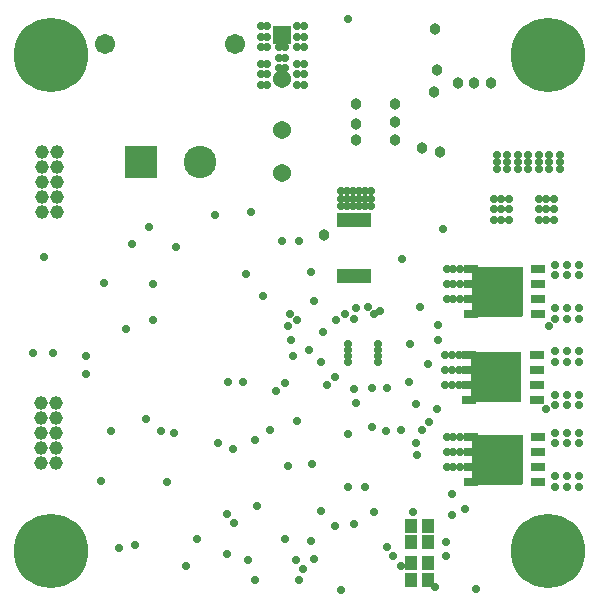
<source format=gbs>
G04*
G04 #@! TF.GenerationSoftware,Altium Limited,Altium Designer,25.5.2 (35)*
G04*
G04 Layer_Color=16711935*
%FSLAX25Y25*%
%MOIN*%
G70*
G04*
G04 #@! TF.SameCoordinates,BF0A912C-F189-4BED-A62E-BBCFC2C93B1E*
G04*
G04*
G04 #@! TF.FilePolarity,Negative*
G04*
G01*
G75*
%ADD51R,0.03950X0.04737*%
%ADD56R,0.04800X0.02600*%
%ADD59R,0.10839X0.10839*%
%ADD60C,0.06737*%
%ADD61C,0.10839*%
%ADD62C,0.04600*%
%ADD63R,0.06064X0.06064*%
%ADD64C,0.06064*%
%ADD65C,0.02800*%
%ADD66C,0.03800*%
%ADD67C,0.24800*%
%ADD90R,0.11312X0.05013*%
G36*
X272252Y210297D02*
X272304Y210287D01*
X272353Y210270D01*
X272400Y210247D01*
X272444Y210218D01*
X272483Y210183D01*
X272518Y210144D01*
X272547Y210100D01*
X272570Y210053D01*
X272587Y210004D01*
X272597Y209952D01*
X272601Y209900D01*
Y194100D01*
X272597Y194048D01*
X272587Y193996D01*
X272570Y193947D01*
X272547Y193900D01*
X272518Y193856D01*
X272483Y193817D01*
X272444Y193782D01*
X272400Y193753D01*
X272353Y193730D01*
X272304Y193713D01*
X272252Y193703D01*
X272200Y193699D01*
X256100D01*
X256048Y193703D01*
X255996Y193713D01*
X255947Y193730D01*
X255900Y193753D01*
X255856Y193782D01*
X255817Y193817D01*
X255782Y193856D01*
X255753Y193900D01*
X255730Y193947D01*
X255713Y193996D01*
X255703Y194048D01*
X255699Y194100D01*
Y209900D01*
X255703Y209952D01*
X255713Y210004D01*
X255730Y210053D01*
X255753Y210100D01*
X255782Y210144D01*
X255817Y210183D01*
X255856Y210218D01*
X255900Y210247D01*
X255947Y210270D01*
X255996Y210287D01*
X256048Y210297D01*
X256100Y210301D01*
X272200D01*
X272252Y210297D01*
D02*
G37*
G36*
X271752Y181797D02*
X271804Y181787D01*
X271853Y181770D01*
X271900Y181747D01*
X271944Y181718D01*
X271983Y181683D01*
X272018Y181644D01*
X272047Y181600D01*
X272070Y181553D01*
X272087Y181504D01*
X272097Y181452D01*
X272101Y181400D01*
Y165600D01*
X272097Y165548D01*
X272087Y165496D01*
X272070Y165447D01*
X272047Y165400D01*
X272018Y165356D01*
X271983Y165317D01*
X271944Y165282D01*
X271900Y165253D01*
X271853Y165230D01*
X271804Y165213D01*
X271752Y165203D01*
X271700Y165199D01*
X255600D01*
X255548Y165203D01*
X255496Y165213D01*
X255447Y165230D01*
X255400Y165253D01*
X255356Y165282D01*
X255317Y165317D01*
X255282Y165356D01*
X255253Y165400D01*
X255230Y165447D01*
X255213Y165496D01*
X255203Y165548D01*
X255199Y165600D01*
Y181400D01*
X255203Y181452D01*
X255213Y181504D01*
X255230Y181553D01*
X255253Y181600D01*
X255282Y181644D01*
X255317Y181683D01*
X255356Y181718D01*
X255400Y181747D01*
X255447Y181770D01*
X255496Y181787D01*
X255548Y181797D01*
X255600Y181801D01*
X271700D01*
X271752Y181797D01*
D02*
G37*
G36*
X272252Y154297D02*
X272304Y154287D01*
X272353Y154270D01*
X272400Y154247D01*
X272444Y154218D01*
X272483Y154183D01*
X272518Y154144D01*
X272547Y154100D01*
X272570Y154053D01*
X272587Y154004D01*
X272597Y153952D01*
X272601Y153900D01*
Y138100D01*
X272597Y138048D01*
X272587Y137996D01*
X272570Y137947D01*
X272547Y137900D01*
X272518Y137856D01*
X272483Y137817D01*
X272444Y137782D01*
X272400Y137753D01*
X272353Y137730D01*
X272304Y137713D01*
X272252Y137703D01*
X272200Y137699D01*
X256100D01*
X256048Y137703D01*
X255996Y137713D01*
X255947Y137730D01*
X255900Y137753D01*
X255856Y137782D01*
X255817Y137817D01*
X255782Y137856D01*
X255753Y137900D01*
X255730Y137947D01*
X255713Y137996D01*
X255703Y138048D01*
X255699Y138100D01*
Y153900D01*
X255703Y153952D01*
X255713Y154004D01*
X255730Y154053D01*
X255753Y154100D01*
X255782Y154144D01*
X255817Y154183D01*
X255856Y154218D01*
X255900Y154247D01*
X255947Y154270D01*
X255996Y154287D01*
X256048Y154297D01*
X256100Y154301D01*
X272200D01*
X272252Y154297D01*
D02*
G37*
D51*
X241000Y106000D02*
D03*
Y124000D02*
D03*
X235213Y106000D02*
D03*
Y124000D02*
D03*
X241000Y111500D02*
D03*
X235213D02*
D03*
Y118500D02*
D03*
X241000D02*
D03*
D56*
X255300Y209500D02*
D03*
Y204500D02*
D03*
Y199500D02*
D03*
Y194500D02*
D03*
X277700D02*
D03*
Y199500D02*
D03*
Y204500D02*
D03*
Y209500D02*
D03*
X255300Y153500D02*
D03*
Y148500D02*
D03*
Y143500D02*
D03*
Y138500D02*
D03*
X277700D02*
D03*
Y143500D02*
D03*
Y148500D02*
D03*
Y153500D02*
D03*
X254800Y181000D02*
D03*
Y176000D02*
D03*
Y171000D02*
D03*
Y166000D02*
D03*
X277200D02*
D03*
Y171000D02*
D03*
Y176000D02*
D03*
Y181000D02*
D03*
D59*
X145311Y245130D02*
D03*
D60*
X176807Y284500D02*
D03*
X133500D02*
D03*
D61*
X164996Y245130D02*
D03*
D62*
X117500Y248500D02*
D03*
Y238500D02*
D03*
X117000Y155000D02*
D03*
Y150000D02*
D03*
X117500Y228500D02*
D03*
X117000Y165000D02*
D03*
X117500Y243500D02*
D03*
X117000Y160000D02*
D03*
X112500Y238500D02*
D03*
Y228500D02*
D03*
Y243500D02*
D03*
X112000Y160000D02*
D03*
Y145000D02*
D03*
Y155000D02*
D03*
X112500Y248500D02*
D03*
X112000Y165000D02*
D03*
Y150000D02*
D03*
X117000Y145000D02*
D03*
X112500Y233500D02*
D03*
X117500D02*
D03*
D63*
X192500Y287496D02*
D03*
D64*
Y272929D02*
D03*
Y256000D02*
D03*
Y241433D02*
D03*
D65*
X241500Y158500D02*
D03*
X216500Y169763D02*
D03*
X222500Y169825D02*
D03*
X227500Y170000D02*
D03*
X217000Y165000D02*
D03*
X214500Y154500D02*
D03*
X227000Y155500D02*
D03*
X232000Y156000D02*
D03*
X222500Y157000D02*
D03*
X237000Y164500D02*
D03*
X234518Y172018D02*
D03*
X236000Y128500D02*
D03*
X239000Y156000D02*
D03*
X237000Y151500D02*
D03*
X218000Y235500D02*
D03*
X216000D02*
D03*
X214000D02*
D03*
X222000D02*
D03*
X220000D02*
D03*
X212000D02*
D03*
X216000Y233000D02*
D03*
X214000D02*
D03*
X212000D02*
D03*
X222000D02*
D03*
X220000D02*
D03*
X218000D02*
D03*
X216500Y193000D02*
D03*
X203000Y113000D02*
D03*
X197000Y112500D02*
D03*
X183500Y106000D02*
D03*
X198000D02*
D03*
X207500Y171000D02*
D03*
X205500Y178500D02*
D03*
X201500Y182500D02*
D03*
X195500Y186000D02*
D03*
X127000Y180500D02*
D03*
Y174500D02*
D03*
X202000Y208500D02*
D03*
X156500Y155000D02*
D03*
X152000Y155500D02*
D03*
X190500Y169000D02*
D03*
X180500Y208000D02*
D03*
X186000Y200500D02*
D03*
X182000Y228500D02*
D03*
X206000Y188500D02*
D03*
X194500Y190500D02*
D03*
X176500Y125000D02*
D03*
X181000Y112500D02*
D03*
X214500Y137000D02*
D03*
X179500Y172000D02*
D03*
X174500D02*
D03*
X143500Y117500D02*
D03*
X213500Y194500D02*
D03*
X195000D02*
D03*
X220000Y137000D02*
D03*
X174000Y128000D02*
D03*
X147000Y159500D02*
D03*
X149500Y192500D02*
D03*
X205500Y129000D02*
D03*
X197500Y192500D02*
D03*
X210500D02*
D03*
X235000Y184500D02*
D03*
X133000Y205000D02*
D03*
X149500Y204500D02*
D03*
X148000Y223500D02*
D03*
X142500Y218000D02*
D03*
X203000Y199000D02*
D03*
X244500Y186000D02*
D03*
X217000Y196500D02*
D03*
X221000Y197000D02*
D03*
X225000Y195500D02*
D03*
X223000Y194500D02*
D03*
X210000Y173500D02*
D03*
X247000Y114000D02*
D03*
X196000Y180500D02*
D03*
X246000Y223000D02*
D03*
X212000Y102500D02*
D03*
X202500Y144500D02*
D03*
X188500Y156000D02*
D03*
X191200Y276500D02*
D03*
X193500D02*
D03*
X191200Y280000D02*
D03*
X193500D02*
D03*
X191200Y283500D02*
D03*
X193500D02*
D03*
X224500Y184500D02*
D03*
Y182500D02*
D03*
Y180500D02*
D03*
Y178500D02*
D03*
X214500D02*
D03*
Y180500D02*
D03*
Y182500D02*
D03*
Y184500D02*
D03*
X199800Y290500D02*
D03*
X197500D02*
D03*
X199800Y287000D02*
D03*
X197500D02*
D03*
X199800Y283500D02*
D03*
X197500D02*
D03*
X199800Y278000D02*
D03*
X197500D02*
D03*
Y274500D02*
D03*
X199800D02*
D03*
X197500Y271000D02*
D03*
X199800D02*
D03*
X187500Y290500D02*
D03*
X185200D02*
D03*
X187500Y287000D02*
D03*
X185200D02*
D03*
X187500Y283500D02*
D03*
X185200D02*
D03*
X187500Y278000D02*
D03*
X185200D02*
D03*
Y274500D02*
D03*
X187500D02*
D03*
X185200Y271000D02*
D03*
X187500D02*
D03*
X171000Y151500D02*
D03*
X138000Y116500D02*
D03*
X135500Y155500D02*
D03*
X132000Y139000D02*
D03*
X109500Y181500D02*
D03*
X116000D02*
D03*
X140500Y189500D02*
D03*
X154000Y138500D02*
D03*
X198000Y219000D02*
D03*
X192500D02*
D03*
X113000Y213500D02*
D03*
X170000Y227500D02*
D03*
X157000Y217000D02*
D03*
X214500Y293000D02*
D03*
X164000Y119500D02*
D03*
X160500Y110500D02*
D03*
X176000Y149500D02*
D03*
X183500Y152500D02*
D03*
X193500Y171500D02*
D03*
X249000Y127500D02*
D03*
X253500Y129500D02*
D03*
X227500Y117000D02*
D03*
X240947Y177840D02*
D03*
X268000Y226000D02*
D03*
Y229500D02*
D03*
X265500Y226000D02*
D03*
Y229500D02*
D03*
X263000Y226000D02*
D03*
Y229500D02*
D03*
Y233000D02*
D03*
X268000D02*
D03*
X265500D02*
D03*
X283000Y226000D02*
D03*
Y229500D02*
D03*
Y233000D02*
D03*
X280500D02*
D03*
Y229500D02*
D03*
Y226000D02*
D03*
X278000D02*
D03*
Y229500D02*
D03*
Y233000D02*
D03*
X247000Y118500D02*
D03*
X232500Y213000D02*
D03*
X249000Y134500D02*
D03*
X237500Y147500D02*
D03*
X184000Y130500D02*
D03*
X238500Y197000D02*
D03*
X244000Y163000D02*
D03*
X257000Y103000D02*
D03*
X243500Y103500D02*
D03*
X194500Y144000D02*
D03*
X193500Y119500D02*
D03*
X202000Y119000D02*
D03*
X174000Y114500D02*
D03*
X199500Y109500D02*
D03*
X210000Y124000D02*
D03*
X229500Y114000D02*
D03*
X216500Y124500D02*
D03*
X232000Y110500D02*
D03*
X223000Y128500D02*
D03*
X222000Y230500D02*
D03*
X212000D02*
D03*
X216000D02*
D03*
X214000D02*
D03*
X220000D02*
D03*
X218000D02*
D03*
X285000Y243000D02*
D03*
Y245300D02*
D03*
Y247600D02*
D03*
X281500Y243000D02*
D03*
Y245300D02*
D03*
Y247600D02*
D03*
X278000Y243000D02*
D03*
Y245300D02*
D03*
Y247600D02*
D03*
X274500Y243000D02*
D03*
Y245300D02*
D03*
Y247600D02*
D03*
X271000Y243000D02*
D03*
Y245300D02*
D03*
Y247600D02*
D03*
X197500Y159000D02*
D03*
X267500Y247600D02*
D03*
Y245300D02*
D03*
Y243000D02*
D03*
X264000Y247600D02*
D03*
Y245300D02*
D03*
Y243000D02*
D03*
X247200Y143500D02*
D03*
X249500Y148500D02*
D03*
X247200D02*
D03*
X249500Y143500D02*
D03*
X251800D02*
D03*
X247200Y153500D02*
D03*
X249500D02*
D03*
X251800D02*
D03*
Y148500D02*
D03*
X246700Y171000D02*
D03*
X249000D02*
D03*
X251300Y181000D02*
D03*
X249000D02*
D03*
Y176000D02*
D03*
X251300D02*
D03*
Y171000D02*
D03*
X246700Y176000D02*
D03*
Y181000D02*
D03*
X247200Y209500D02*
D03*
Y204500D02*
D03*
Y199500D02*
D03*
X251800D02*
D03*
X249500D02*
D03*
X251800Y204500D02*
D03*
X249500D02*
D03*
Y209500D02*
D03*
X251800D02*
D03*
X283500Y196500D02*
D03*
X287500D02*
D03*
X291500D02*
D03*
Y193000D02*
D03*
X287500D02*
D03*
X283500D02*
D03*
Y207500D02*
D03*
X287500D02*
D03*
X291500D02*
D03*
Y211000D02*
D03*
X287500D02*
D03*
X283500D02*
D03*
Y167750D02*
D03*
X287500D02*
D03*
X291500D02*
D03*
Y164250D02*
D03*
X287500D02*
D03*
X283500D02*
D03*
Y178750D02*
D03*
X287500D02*
D03*
X291500D02*
D03*
Y182250D02*
D03*
X287500D02*
D03*
X283500D02*
D03*
Y155000D02*
D03*
X287500D02*
D03*
X291500D02*
D03*
Y151500D02*
D03*
X287500D02*
D03*
X283500D02*
D03*
Y137000D02*
D03*
X287500D02*
D03*
X291500D02*
D03*
Y140500D02*
D03*
X287500D02*
D03*
X283500D02*
D03*
X280500Y163000D02*
D03*
X281500Y190500D02*
D03*
X244500Y191000D02*
D03*
D66*
X243000Y268500D02*
D03*
X217000Y264500D02*
D03*
X216975Y258025D02*
D03*
X217000Y252500D02*
D03*
X262000Y271500D02*
D03*
X256500D02*
D03*
X251000D02*
D03*
X243500Y289500D02*
D03*
X244000Y276000D02*
D03*
X245000Y248500D02*
D03*
X206500Y221000D02*
D03*
X239000Y250000D02*
D03*
X230000Y264500D02*
D03*
Y252500D02*
D03*
Y258500D02*
D03*
D67*
X281000Y281000D02*
D03*
X115500D02*
D03*
X281000Y115500D02*
D03*
X115500D02*
D03*
D90*
X216500Y226000D02*
D03*
Y207260D02*
D03*
M02*

</source>
